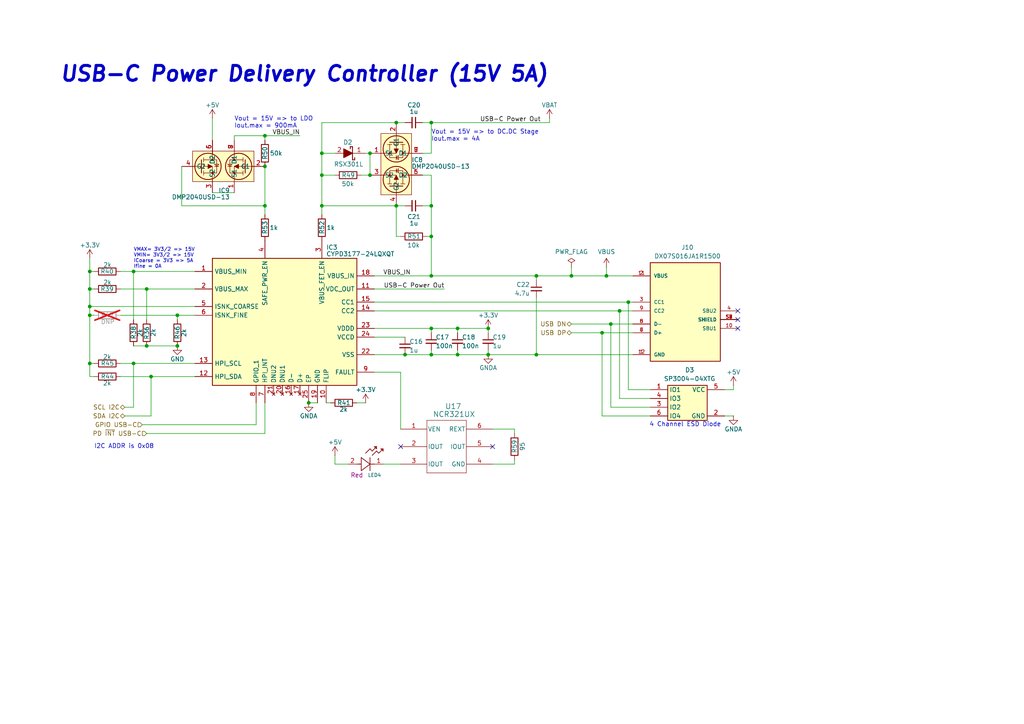
<source format=kicad_sch>
(kicad_sch (version 20250114) (generator "eeschema") (generator_version "9.0")
  (paper "A4")
  (lib_symbols
    (symbol "CYPD3177-24LQXQT:CYPD3177-24LQXQT" (pin_names (offset 0.635))
      (property "Reference" "IC" (at 29.972 18.796 0))
      (property "Value" "CYPD3177-24LQXQT" (at 29.972 16.256 0))
      (symbol "CYPD3177-24LQXQT_1_1"
        (rectangle (start -2.54 13.97) (end 39.37 -22.86) (stroke (width 0.254)) (fill (type background)))
        (pin passive line (at -7.62 10.16 0) (length 5.08) (name "VBUS_MIN") (number "1"))
        (pin passive line (at -7.62 5.08 0) (length 5.08) (name "VBUS_MAX") (number "2"))
        (pin passive line (at -7.62 0 0) (length 5.08) (name "ISNK_COARSE") (number "5"))
        (pin passive line (at -7.62 -2.54 0) (length 5.08) (name "ISNK_FINE") (number "6"))
        (pin passive line (at -7.62 -16.51 0) (length 5.08) (name "HPI_SCL") (number "13"))
        (pin passive line (at -7.62 -20.32 0) (length 5.08) (name "HPI_SDA") (number "12"))
        (pin passive line (at 10.16 -27.94 90) (length 5.08) (name "GPIO_1") (number "8"))
        (pin passive line (at 12.7 19.05 270) (length 5.08) (name "SAFE_PWR_EN") (number "4"))
        (pin passive line (at 12.7 -27.94 90) (length 5.08) (name "HPI_INT") (number "7"))
        (pin no_connect line (at 15.24 -25.4 90) (length 2.54) (name "DNU2") (number "21"))
        (pin no_connect line (at 17.78 -25.4 90) (length 2.54) (name "DNU1") (number "20"))
        (pin no_connect line (at 20.32 -25.4 90) (length 2.54) (name "D-") (number "16"))
        (pin no_connect line (at 22.86 -25.4 90) (length 2.54) (name "D+") (number "17"))
        (pin passive line (at 25.4 -27.94 90) (length 5.08) (name "EP") (number "25"))
        (pin passive line (at 27.94 -27.94 90) (length 5.08) (name "GND") (number "19"))
        (pin passive line (at 29.21 19.05 270) (length 5.08) (name "VBUS_FET_EN") (number "3"))
        (pin passive line (at 30.48 -27.94 90) (length 5.08) (name "FLIP") (number "10"))
        (pin passive line (at 44.45 8.89 180) (length 5.08) (name "VBUS_IN") (number "18"))
        (pin passive line (at 44.45 5.08 180) (length 5.08) (name "VDC_OUT") (number "11"))
        (pin passive line (at 44.45 1.27 180) (length 5.08) (name "CC1") (number "15"))
        (pin passive line (at 44.45 -1.27 180) (length 5.08) (name "CC2") (number "14"))
        (pin passive line (at 44.45 -6.35 180) (length 5.08) (name "VDDD") (number "23"))
        (pin passive line (at 44.45 -8.89 180) (length 5.08) (name "VCCD") (number "24"))
        (pin passive line (at 44.45 -13.97 180) (length 5.08) (name "VSS") (number "22"))
        (pin passive line (at 44.45 -19.05 180) (length 5.08) (name "FAULT") (number "9"))
      )
    )
    (symbol "DMP2040USD-13:DMP2040USD-13"
      (property "Reference" "IC" (at 21.59 7.62 0))
      (property "Value" "DMP2040USD-13" (at 21.59 5.08 0))
      (symbol "DMP2040USD-13_0_1"
        (polyline (pts (xy 1.905 -1.905) (xy 1.905 -5.715)) (stroke (width 0.254)))
        (polyline (pts (xy 1.905 -3.81) (xy 0 -3.81)))
        (polyline (pts (xy 2.54 -5.715) (xy 6.35 -5.715) (xy 6.35 -1.905) (xy 2.54 -1.905)))
        (circle (center 3.81 -3.81) (radius 3.81) (stroke (width 0.254)))
        (polyline (pts (xy 5.08 0) (xy 5.08 -1.905)))
        (circle (center 5.08 -1.905) (radius 0.254) (fill (type outline)))
        (circle (center 5.08 -5.715) (radius 0.254) (fill (type outline)))
        (polyline (pts (xy 5.08 -7.62) (xy 5.08 -3.81) (xy 2.54 -3.81)))
        (polyline (pts (xy 5.715 -3.175) (xy 6.985 -3.175) (xy 6.35 -3.81) (xy 5.715 -3.175)))
        (polyline (pts (xy 5.715 -3.81) (xy 6.985 -3.81)))
        (polyline (pts (xy 10.795 -3.175) (xy 9.525 -3.175) (xy 10.16 -3.81) (xy 10.795 -3.175)))
        (polyline (pts (xy 10.795 -3.81) (xy 9.525 -3.81)))
        (polyline (pts (xy 11.43 0) (xy 11.43 -1.905)))
        (circle (center 11.43 -1.905) (radius 0.254) (fill (type outline)))
        (circle (center 11.43 -5.715) (radius 0.254) (fill (type outline)))
        (polyline (pts (xy 11.43 -7.62) (xy 11.43 -3.81) (xy 13.97 -3.81)))
        (circle (center 12.7 -3.81) (radius 3.81) (stroke (width 0.254)))
        (polyline (pts (xy 13.97 -5.715) (xy 10.16 -5.715) (xy 10.16 -1.905) (xy 13.97 -1.905)))
        (polyline (pts (xy 14.605 -1.905) (xy 14.605 -5.715)) (stroke (width 0.254)))
        (polyline (pts (xy 14.605 -3.81) (xy 16.51 -3.81)))
      )
      (symbol "DMP2040USD-13_1_1"
        (rectangle (start -0.635 0.635) (end 17.145 -8.255) (fill (type background)))
        (polyline (pts (xy 2.54 -2.54) (xy 2.54 -1.27)))
        (polyline (pts (xy 2.54 -4.445) (xy 2.54 -3.175)))
        (polyline (pts (xy 2.54 -6.35) (xy 2.54 -5.08)))
        (polyline (pts (xy 3.81 -4.445) (xy 3.81 -3.175) (xy 5.08 -3.81) (xy 3.81 -4.445)) (fill (type outline)))
        (polyline (pts (xy 12.7 -4.445) (xy 12.7 -3.175) (xy 11.43 -3.81) (xy 12.7 -4.445)) (fill (type outline)))
        (polyline (pts (xy 13.97 -2.54) (xy 13.97 -1.27)))
        (polyline (pts (xy 13.97 -4.445) (xy 13.97 -3.175)))
        (polyline (pts (xy 13.97 -6.35) (xy 13.97 -5.08)))
        (pin passive line (at -3.81 -3.81 0) (length 3.81) (name "G1") (number "2"))
        (pin passive line (at 5.08 3.81 270) (length 3.81) (name "D1") (number "7"))
        (pin passive line (at 5.08 3.81 270) (length 3.81) (name "D1") (number "8"))
        (pin passive line (at 5.08 -11.43 90) (length 3.81) (name "S1") (number "1"))
        (pin passive line (at 11.43 3.81 270) (length 3.81) (name "D2") (number "5"))
        (pin passive line (at 11.43 3.81 270) (length 3.81) (name "D2") (number "6"))
        (pin passive line (at 11.43 -11.43 90) (length 3.81) (name "S2") (number "3"))
        (pin passive line (at 20.32 -3.81 180) (length 3.81) (name "G2") (number "4"))
      )
    )
    (symbol "DX07S016JA1R1500:DX07S016JA1R1500" (pin_names (offset 1.016))
      (property "Reference" "J" (at -9.906 16.002 0))
      (property "Value" "DX07S016JA1R1500" (at -10.16 -14.732 0))
      (symbol "DX07S016JA1R1500_0_0"
        (rectangle (start -10.16 15.24) (end 10.16 -13.335) (stroke (width 0.254)) (fill (type background)))
        (pin passive line (at -15.24 11.43 0) (length 5.08) (name "VBUS") (number "11"))
        (pin passive line (at -15.24 11.43 0) (length 5.08) (name "VBUS") (number "2"))
        (pin passive line (at -15.24 3.81 0) (length 5.08) (name "CC1") (number "3"))
        (pin passive line (at -15.24 1.27 0) (length 5.08) (name "CC2") (number "9"))
        (pin passive line (at -15.24 -2.54 0) (length 5.08) (name "D-") (number "5"))
        (pin passive line (at -15.24 -2.54 0) (length 5.08) (name "D-") (number "8"))
        (pin passive line (at -15.24 -5.08 0) (length 5.08) (name "D+") (number "6"))
        (pin passive line (at -15.24 -5.08 0) (length 5.08) (name "D+") (number "7"))
        (pin power_in line (at -15.24 -11.43 0) (length 5.08) (name "GND") (number "1"))
        (pin power_in line (at -15.24 -11.43 0) (length 5.08) (name "GND") (number "12"))
        (pin passive line (at 15.24 1.27 180) (length 5.08) (name "SBU2") (number "4"))
        (pin passive line (at 15.24 -1.27 180) (length 5.08) (name "SHIELD") (number "S1"))
        (pin passive line (at 15.24 -1.27 180) (length 5.08) (name "SHIELD") (number "S2"))
        (pin passive line (at 15.24 -1.27 180) (length 5.08) (name "SHIELD") (number "S3"))
        (pin passive line (at 15.24 -1.27 180) (length 5.08) (name "SHIELD") (number "S4"))
        (pin passive line (at 15.24 -1.27 180) (length 5.08) (name "SHIELD") (number "S5"))
        (pin passive line (at 15.24 -1.27 180) (length 5.08) (name "SHIELD") (number "S6"))
        (pin passive line (at 15.24 -3.81 180) (length 5.08) (name "SBU1") (number "10"))
      )
    )
    (symbol "Device:C_Small" (pin_numbers (hide yes)) (pin_names (offset 0.254) (hide yes))
      (property "Reference" "C" (at 0.254 1.778 0))
      (property "Value" "C_Small" (at 0.254 -2.032 0))
      (symbol "C_Small_0_1"
        (polyline (pts (xy -1.524 0.508) (xy 1.524 0.508)) (stroke (width 0.3048)))
        (polyline (pts (xy -1.524 -0.508) (xy 1.524 -0.508)) (stroke (width 0.3302)))
      )
      (symbol "C_Small_1_1"
        (pin passive line (at 0 2.54 270) (length 2.032) (name "~") (number "1"))
        (pin passive line (at 0 -2.54 90) (length 2.032) (name "~") (number "2"))
      )
    )
    (symbol "Device:R" (pin_numbers (hide yes)) (pin_names (offset 0))
      (property "Reference" "R" (at 2.032 0 90))
      (property "Value" "R" (at 0 0 90))
      (symbol "R_0_1"
        (rectangle (start -1.016 -2.54) (end 1.016 2.54) (stroke (width 0.254)))
      )
      (symbol "R_1_1"
        (pin passive line (at 0 3.81 270) (length 1.27) (name "~") (number "1"))
        (pin passive line (at 0 -3.81 90) (length 1.27) (name "~") (number "2"))
      )
    )
    (symbol "NCR321UX:NCR321UX" (pin_names (offset 0.254))
      (property "Reference" "U17" (at 15.24 9.144 0))
      (property "Value" "NCR321UX" (at 15.494 6.858 0))
      (symbol "NCR321UX_0_1"
        (polyline (pts (xy 7.62 5.08) (xy 7.62 -10.16)) (stroke (width 0.127)))
        (polyline (pts (xy 7.62 -10.16) (xy 19.05 -10.16)) (stroke (width 0.127)))
        (polyline (pts (xy 19.05 5.08) (xy 7.62 5.08)) (stroke (width 0.127)))
        (polyline (pts (xy 19.05 -10.16) (xy 19.05 5.08)) (stroke (width 0.127)))
        (pin unspecified line (at 0 2.54 0) (length 7.62) (name "VEN") (number "1"))
        (pin output line (at 0 -2.54 0) (length 7.62) (name "IOUT") (number "2"))
        (pin output line (at 0 -7.62 0) (length 7.62) (name "IOUT") (number "3"))
        (pin unspecified line (at 26.67 2.54 180) (length 7.62) (name "REXT") (number "6"))
        (pin output line (at 26.67 -2.54 180) (length 7.62) (name "IOUT") (number "5"))
        (pin power_out line (at 26.67 -7.62 180) (length 7.62) (name "GND") (number "4"))
      )
    )
    (symbol "RSX301L-30DDTE25:RSX301L-30DDTE25" (pin_names (offset 0.635) (hide yes))
      (property "Reference" "D" (at 1.524 6.35 0))
      (property "Value" "RSX301L-30DDTE25" (at 1.524 3.81 0))
      (symbol "RSX301L-30DDTE25_1_1"
        (polyline (pts (xy 9.525 -1.27) (xy 9.525 -1.905)) (stroke (width 0.254)))
        (polyline (pts (xy 10.16 1.905) (xy 10.16 -1.905)) (stroke (width 0.254)))
        (polyline (pts (xy 10.16 1.905) (xy 10.795 1.905)) (stroke (width 0.254)))
        (polyline (pts (xy 10.16 0) (xy 12.7 1.27) (xy 12.7 -1.27) (xy 10.16 0)) (stroke (width 0.254)) (fill (type outline)))
        (polyline (pts (xy 10.16 -1.905) (xy 9.525 -1.905)) (stroke (width 0.254)))
        (polyline (pts (xy 10.795 1.27) (xy 10.795 1.905)) (stroke (width 0.254)))
        (pin passive line (at 6.35 0 0) (length 3.81) (name "K") (number "1"))
        (pin passive line (at 15.24 0 180) (length 2.54) (name "A") (number "2"))
      )
    )
    (symbol "SP3004-04XTG:SP3004-04XTG"
      (property "Reference" "D" (at 4.826 7.112 0))
      (property "Value" "SP3004-04XTG" (at 4.826 4.572 0))
      (symbol "SP3004-04XTG_1_1"
        (rectangle (start 5.08 1.27) (end 16.51 -8.89) (stroke (width 0.254)) (fill (type background)))
        (pin passive line (at 0 0 0) (length 5.08) (name "IO1") (number "1"))
        (pin passive line (at 0 -2.54 0) (length 5.08) (name "IO3") (number "4"))
        (pin passive line (at 0 -5.08 0) (length 5.08) (name "IO2") (number "3"))
        (pin passive line (at 0 -7.62 0) (length 5.08) (name "IO4") (number "6"))
        (pin passive line (at 21.59 0 180) (length 5.08) (name "VCC") (number "5"))
        (pin passive line (at 21.59 -7.62 180) (length 5.08) (name "GND") (number "2"))
      )
    )
    (symbol "VLMS1500-GS08:VLMS1500-GS08" (pin_names (offset 0.254))
      (property "Reference" "LED" (at 5.08 -4.445 0))
      (property "Value" "VLMS1500-GS08" (at 5.08 -7.62 0))
      (symbol "VLMS1500-GS08_0_1"
        (polyline (pts (xy 2.54 0) (xy 3.4798 0)) (stroke (width 0.2032)))
        (polyline (pts (xy 3.175 0) (xy 3.81 0)) (stroke (width 0.2032)))
        (polyline (pts (xy 3.81 1.905) (xy 3.81 -1.905)) (stroke (width 0.2032)))
        (polyline (pts (xy 3.81 -1.905) (xy 6.35 0)) (stroke (width 0.2032)))
        (polyline (pts (xy 5.08 3.175) (xy 6.35 4.445)) (stroke (width 0.2032)))
        (polyline (pts (xy 6.35 4.445) (xy 6.985 3.81)) (stroke (width 0.2032)))
        (polyline (pts (xy 6.35 0) (xy 3.81 1.905)) (stroke (width 0.2032)))
        (polyline (pts (xy 6.35 0) (xy 7.62 0)) (stroke (width 0.2032)))
        (polyline (pts (xy 6.35 -1.905) (xy 6.35 1.905)) (stroke (width 0.2032)))
        (polyline (pts (xy 6.985 3.81) (xy 8.255 5.08)) (stroke (width 0.2032)))
        (polyline (pts (xy 6.985 2.54) (xy 8.255 3.81)) (stroke (width 0.2032)))
        (polyline (pts (xy 7.62 5.08) (xy 8.255 4.445)) (stroke (width 0.2032)))
        (polyline (pts (xy 8.255 5.08) (xy 7.62 5.08)) (stroke (width 0.2032)))
        (polyline (pts (xy 8.255 4.445) (xy 8.255 5.08)) (stroke (width 0.2032)))
        (polyline (pts (xy 8.255 3.81) (xy 8.89 3.175)) (stroke (width 0.2032)))
        (polyline (pts (xy 8.89 3.175) (xy 10.16 4.445)) (stroke (width 0.2032)))
        (polyline (pts (xy 9.525 4.445) (xy 10.16 3.81)) (stroke (width 0.2032)))
        (polyline (pts (xy 10.16 4.445) (xy 9.525 4.445)) (stroke (width 0.2032)))
        (polyline (pts (xy 10.16 3.81) (xy 10.16 4.445)) (stroke (width 0.2032)))
        (pin passive line (at 0 0 0) (length 2.54) (name "") (number "2"))
        (pin passive line (at 10.16 0 180) (length 2.54) (name "") (number "1"))
      )
    )
    (symbol "power:+3.3V" (power) (pin_numbers (hide yes)) (pin_names (offset 0) (hide yes))
      (property "Value" "+3.3V" (at 0 3.556 0))
      (symbol "+3.3V_0_1"
        (polyline (pts (xy -0.762 1.27) (xy 0 2.54)))
        (polyline (pts (xy 0 2.54) (xy 0.762 1.27)))
        (polyline (pts (xy 0 0) (xy 0 2.54)))
      )
      (symbol "+3.3V_1_1"
        (pin power_in line (at 0 0 90) (length 0) (name "~") (number "1"))
      )
    )
    (symbol "power:+5V" (power) (pin_numbers (hide yes)) (pin_names (offset 0) (hide yes))
      (property "Value" "+5V" (at 0 3.556 0))
      (symbol "+5V_0_1"
        (polyline (pts (xy -0.762 1.27) (xy 0 2.54)))
        (polyline (pts (xy 0 2.54) (xy 0.762 1.27)))
        (polyline (pts (xy 0 0) (xy 0 2.54)))
      )
      (symbol "+5V_1_1"
        (pin power_in line (at 0 0 90) (length 0) (name "~") (number "1"))
      )
    )
    (symbol "power:GND" (power) (pin_numbers (hide yes)) (pin_names (offset 0) (hide yes))
      (property "Value" "GND" (at 0 -3.81 0))
      (symbol "GND_0_1"
        (polyline (pts (xy 0 0) (xy 0 -1.27) (xy 1.27 -1.27) (xy 0 -2.54) (xy -1.27 -1.27) (xy 0 -1.27)))
      )
      (symbol "GND_1_1"
        (pin power_in line (at 0 0 270) (length 0) (name "~") (number "1"))
      )
    )
    (symbol "power:GNDA" (power) (pin_numbers (hide yes)) (pin_names (offset 0) (hide yes))
      (property "Value" "GNDA" (at 0 -3.81 0))
      (symbol "GNDA_0_1"
        (polyline (pts (xy 0 0) (xy 0 -1.27) (xy 1.27 -1.27) (xy 0 -2.54) (xy -1.27 -1.27) (xy 0 -1.27)))
      )
      (symbol "GNDA_1_1"
        (pin power_in line (at 0 0 270) (length 0) (name "~") (number "1"))
      )
    )
    (symbol "power:PWR_FLAG" (power) (pin_numbers (hide yes)) (pin_names (offset 0) (hide yes))
      (property "Value" "PWR_FLAG" (at 0 3.81 0))
      (symbol "PWR_FLAG_0_0"
        (pin power_out line (at 0 0 90) (length 0) (name "~") (number "1"))
      )
      (symbol "PWR_FLAG_0_1"
        (polyline (pts (xy 0 0) (xy 0 1.27) (xy -1.016 1.905) (xy 0 2.54) (xy 1.016 1.905) (xy 0 1.27)))
      )
    )
    (symbol "power:VBUS" (power) (pin_numbers (hide yes)) (pin_names (offset 0) (hide yes))
      (property "Value" "VBUS" (at 0 3.556 0))
      (symbol "VBUS_0_1"
        (polyline (pts (xy -0.762 1.27) (xy 0 2.54)))
        (polyline (pts (xy 0 2.54) (xy 0.762 1.27)))
        (polyline (pts (xy 0 0) (xy 0 2.54)))
      )
      (symbol "VBUS_1_1"
        (pin power_in line (at 0 0 90) (length 0) (name "~") (number "1"))
      )
    )
  )
  (text "USB-C Power Delivery Controller (15V 5A)\n" (at 17.145 21.59 0) (effects (font (size 4.318 4.318) (thickness 0.8636) (bold yes) (italic yes)) (justify left)))
  (text "4 Channel ESD Diode" (at 198.755 123.19 0) (effects (font (size 1.27 1.27))))
  (text "Vout = 15V => to DC.DC Stage\nIout.max = 4A" (at 125.095 39.37 0) (effects (font (size 1.27 1.27)) (justify left)))
  (text "Vout = 15V => to LDO\nIout.max = 900mA" (at 67.945 35.56 0) (effects (font (size 1.27 1.27)) (justify left)))
  (text "VMAX= 3V3/2 => 15V\nVMIN= 3V3/2 => 15V\nICoarse = 3V3 => 5A\nIfine = 0A" (at 38.735 74.93 0) (effects (font (size 1.016 1.016)) (justify left)))
  (text "I2C ADDR is 0x08" (at 27.305 129.54 0) (effects (font (size 1.27 1.27)) (justify left)))
  (junction (at 42.545 83.82))
  (junction (at 125.095 80.01))
  (junction (at 175.895 80.01))
  (junction (at 155.575 80.01))
  (junction (at 51.435 91.44))
  (junction (at 117.475 102.87))
  (junction (at 125.095 95.25))
  (junction (at 125.095 59.69))
  (junction (at 26.035 91.44))
  (junction (at 93.345 44.45))
  (junction (at 165.735 80.01))
  (junction (at 76.835 48.26))
  (junction (at 177.165 93.98))
  (junction (at 76.835 59.69))
  (junction (at 42.545 100.33))
  (junction (at 125.095 68.58))
  (junction (at 93.345 59.69))
  (junction (at 125.095 35.56))
  (junction (at 89.535 116.84))
  (junction (at 51.435 100.33))
  (junction (at 174.625 96.52))
  (junction (at 179.705 90.17))
  (junction (at 26.035 105.41))
  (junction (at 132.715 95.25))
  (junction (at 114.935 35.56))
  (junction (at 38.735 105.41))
  (junction (at 107.315 44.45))
  (junction (at 38.735 78.74))
  (junction (at 132.715 102.87))
  (junction (at 76.835 39.37))
  (junction (at 43.815 109.22))
  (junction (at 141.605 102.87))
  (junction (at 155.575 102.87))
  (junction (at 93.345 50.8))
  (junction (at 107.315 50.8))
  (junction (at 26.035 83.82))
  (junction (at 26.035 88.9))
  (junction (at 26.035 78.74))
  (junction (at 141.605 95.25))
  (junction (at 125.095 102.87))
  (junction (at 182.245 87.63))
  (junction (at 114.935 59.69))
  (no_connect (at 213.995 92.71))
  (no_connect (at 213.995 90.17))
  (no_connect (at 213.995 95.25))
  (no_connect (at 142.875 129.54))
  (no_connect (at 116.205 129.54))
  (wire (pts (xy 42.545 100.33) (xy 51.435 100.33)))
  (wire (pts (xy 125.095 59.69) (xy 122.555 59.69)))
  (wire (pts (xy 76.835 59.69) (xy 52.705 59.69)))
  (wire (pts (xy 26.035 109.22) (xy 26.035 105.41)))
  (wire (pts (xy 26.035 83.82) (xy 27.305 83.82)))
  (wire (pts (xy 125.095 35.56) (xy 122.555 35.56)))
  (wire (pts (xy 111.125 134.62) (xy 116.205 134.62)))
  (wire (pts (xy 97.155 132.08) (xy 97.155 134.62)))
  (wire (pts (xy 67.945 55.88) (xy 61.595 55.88)))
  (wire (pts (xy 26.035 88.9) (xy 56.515 88.9)))
  (wire (pts (xy 132.715 95.25) (xy 132.715 96.52)))
  (wire (pts (xy 34.925 83.82) (xy 42.545 83.82)))
  (wire (pts (xy 107.315 44.45) (xy 106.045 44.45)))
  (wire (pts (xy 149.225 134.62) (xy 149.225 133.35)))
  (wire (pts (xy 125.095 59.69) (xy 125.095 50.8)))
  (wire (pts (xy 116.205 107.95) (xy 116.205 124.46)))
  (wire (pts (xy 114.935 35.56) (xy 117.475 35.56)))
  (wire (pts (xy 52.705 59.69) (xy 52.705 48.26)))
  (wire (pts (xy 42.545 83.82) (xy 56.515 83.82)))
  (wire (pts (xy 142.875 134.62) (xy 149.225 134.62)))
  (wire (pts (xy 155.575 80.01) (xy 165.735 80.01)))
  (wire (pts (xy 125.095 44.45) (xy 125.095 35.56)))
  (wire (pts (xy 179.705 90.17) (xy 183.515 90.17)))
  (wire (pts (xy 125.095 80.01) (xy 155.575 80.01)))
  (wire (pts (xy 108.585 90.17) (xy 179.705 90.17)))
  (wire (pts (xy 107.315 50.8) (xy 104.775 50.8)))
  (wire (pts (xy 212.725 120.65) (xy 210.185 120.65)))
  (wire (pts (xy 67.945 39.37) (xy 67.945 40.64)))
  (wire (pts (xy 26.035 74.93) (xy 26.035 78.74)))
  (wire (pts (xy 43.815 109.22) (xy 43.815 120.65)))
  (wire (pts (xy 36.195 118.11) (xy 38.735 118.11)))
  (wire (pts (xy 38.735 100.33) (xy 42.545 100.33)))
  (wire (pts (xy 26.035 83.82) (xy 26.035 88.9)))
  (wire (pts (xy 132.715 102.87) (xy 141.605 102.87)))
  (wire (pts (xy 108.585 95.25) (xy 125.095 95.25)))
  (wire (pts (xy 141.605 102.87) (xy 155.575 102.87)))
  (wire (pts (xy 122.555 44.45) (xy 125.095 44.45)))
  (wire (pts (xy 38.735 105.41) (xy 56.515 105.41)))
  (wire (pts (xy 155.575 102.87) (xy 183.515 102.87)))
  (wire (pts (xy 117.475 102.87) (xy 125.095 102.87)))
  (wire (pts (xy 159.385 34.29) (xy 159.385 35.56)))
  (wire (pts (xy 34.925 105.41) (xy 38.735 105.41)))
  (wire (pts (xy 26.035 105.41) (xy 27.305 105.41)))
  (wire (pts (xy 149.225 124.46) (xy 149.225 125.73)))
  (wire (pts (xy 94.615 116.84) (xy 95.885 116.84)))
  (wire (pts (xy 67.945 39.37) (xy 76.835 39.37)))
  (wire (pts (xy 141.605 101.6) (xy 141.605 102.87)))
  (wire (pts (xy 142.875 124.46) (xy 149.225 124.46)))
  (wire (pts (xy 125.095 50.8) (xy 122.555 50.8)))
  (wire (pts (xy 107.315 50.8) (xy 107.315 44.45)))
  (wire (pts (xy 26.035 78.74) (xy 27.305 78.74)))
  (wire (pts (xy 155.575 81.28) (xy 155.575 80.01)))
  (wire (pts (xy 132.715 95.25) (xy 141.605 95.25)))
  (wire (pts (xy 108.585 102.87) (xy 117.475 102.87)))
  (wire (pts (xy 117.475 59.69) (xy 114.935 59.69)))
  (wire (pts (xy 155.575 86.36) (xy 155.575 102.87)))
  (wire (pts (xy 42.545 83.82) (xy 42.545 92.71)))
  (wire (pts (xy 165.735 77.47) (xy 165.735 80.01)))
  (wire (pts (xy 108.585 97.79) (xy 117.475 97.79)))
  (wire (pts (xy 125.095 95.25) (xy 132.715 95.25)))
  (wire (pts (xy 182.245 87.63) (xy 182.245 113.03)))
  (wire (pts (xy 125.095 59.69) (xy 125.095 68.58)))
  (wire (pts (xy 174.625 96.52) (xy 183.515 96.52)))
  (wire (pts (xy 125.095 68.58) (xy 123.825 68.58)))
  (wire (pts (xy 116.205 68.58) (xy 114.935 68.58)))
  (wire (pts (xy 108.585 80.01) (xy 125.095 80.01)))
  (wire (pts (xy 175.895 80.01) (xy 183.515 80.01)))
  (wire (pts (xy 132.715 101.6) (xy 132.715 102.87)))
  (wire (pts (xy 114.935 59.69) (xy 93.345 59.69)))
  (wire (pts (xy 165.735 80.01) (xy 175.895 80.01)))
  (wire (pts (xy 43.815 109.22) (xy 56.515 109.22)))
  (wire (pts (xy 177.165 118.11) (xy 177.165 93.98)))
  (wire (pts (xy 175.895 77.47) (xy 175.895 80.01)))
  (wire (pts (xy 212.725 111.76) (xy 212.725 113.03)))
  (wire (pts (xy 93.345 50.8) (xy 93.345 44.45)))
  (wire (pts (xy 177.165 93.98) (xy 183.515 93.98)))
  (wire (pts (xy 114.935 68.58) (xy 114.935 59.69)))
  (wire (pts (xy 74.295 116.84) (xy 74.295 123.19)))
  (wire (pts (xy 76.835 39.37) (xy 76.835 40.64)))
  (wire (pts (xy 38.735 78.74) (xy 56.515 78.74)))
  (wire (pts (xy 34.925 91.44) (xy 51.435 91.44)))
  (wire (pts (xy 93.345 59.69) (xy 93.345 50.8)))
  (wire (pts (xy 182.245 87.63) (xy 183.515 87.63)))
  (wire (pts (xy 165.735 96.52) (xy 174.625 96.52)))
  (wire (pts (xy 61.595 34.29) (xy 61.595 40.64)))
  (wire (pts (xy 36.195 120.65) (xy 43.815 120.65)))
  (wire (pts (xy 125.095 95.25) (xy 125.095 96.52)))
  (wire (pts (xy 108.585 83.82) (xy 128.905 83.82)))
  (wire (pts (xy 26.035 88.9) (xy 26.035 91.44)))
  (wire (pts (xy 51.435 91.44) (xy 51.435 92.71)))
  (wire (pts (xy 38.735 105.41) (xy 38.735 118.11)))
  (wire (pts (xy 174.625 120.65) (xy 188.595 120.65)))
  (wire (pts (xy 51.435 91.44) (xy 56.515 91.44)))
  (wire (pts (xy 93.345 59.69) (xy 93.345 62.23)))
  (wire (pts (xy 89.535 116.84) (xy 92.075 116.84)))
  (wire (pts (xy 125.095 35.56) (xy 159.385 35.56)))
  (wire (pts (xy 182.245 113.03) (xy 188.595 113.03)))
  (wire (pts (xy 76.835 116.84) (xy 76.835 125.73)))
  (wire (pts (xy 165.735 93.98) (xy 177.165 93.98)))
  (wire (pts (xy 26.035 91.44) (xy 26.035 105.41)))
  (wire (pts (xy 108.585 107.95) (xy 116.205 107.95)))
  (wire (pts (xy 125.095 68.58) (xy 125.095 80.01)))
  (wire (pts (xy 38.735 78.74) (xy 38.735 92.71)))
  (wire (pts (xy 34.925 78.74) (xy 38.735 78.74)))
  (wire (pts (xy 125.095 102.87) (xy 132.715 102.87)))
  (wire (pts (xy 76.835 59.69) (xy 76.835 62.23)))
  (wire (pts (xy 26.035 78.74) (xy 26.035 83.82)))
  (wire (pts (xy 179.705 115.57) (xy 179.705 90.17)))
  (wire (pts (xy 141.605 95.25) (xy 141.605 96.52)))
  (wire (pts (xy 212.725 113.03) (xy 210.185 113.03)))
  (wire (pts (xy 97.155 134.62) (xy 100.965 134.62)))
  (wire (pts (xy 27.305 109.22) (xy 26.035 109.22)))
  (wire (pts (xy 125.095 101.6) (xy 125.095 102.87)))
  (wire (pts (xy 93.345 44.45) (xy 93.345 35.56)))
  (wire (pts (xy 93.345 35.56) (xy 114.935 35.56)))
  (wire (pts (xy 42.545 125.73) (xy 76.835 125.73)))
  (wire (pts (xy 97.155 44.45) (xy 93.345 44.45)))
  (wire (pts (xy 103.505 116.84) (xy 106.045 116.84)))
  (wire (pts (xy 76.835 48.26) (xy 76.835 59.69)))
  (wire (pts (xy 179.705 115.57) (xy 188.595 115.57)))
  (wire (pts (xy 34.925 109.22) (xy 43.815 109.22)))
  (wire (pts (xy 76.835 39.37) (xy 86.995 39.37)))
  (wire (pts (xy 108.585 87.63) (xy 182.245 87.63)))
  (wire (pts (xy 41.275 123.19) (xy 74.295 123.19)))
  (wire (pts (xy 177.165 118.11) (xy 188.595 118.11)))
  (wire (pts (xy 97.155 50.8) (xy 93.345 50.8)))
  (wire (pts (xy 26.035 91.44) (xy 27.305 91.44)))
  (wire (pts (xy 174.625 120.65) (xy 174.625 96.52)))
  (label "VBUS_IN" (at 111.125 80.01 0))
  (label "USB-C Power Out" (at 128.905 83.82 180))
  (label "USB-C Power Out" (at 156.845 35.56 180))
  (label "VBUS_IN" (at 86.995 39.37 180))
  (hierarchical_label "GPIO USB-C" (shape input) (at 41.275 123.19 180))
  (hierarchical_label "USB DP" (shape bidirectional) (at 165.735 96.52 180))
  (hierarchical_label "USB DN" (shape bidirectional) (at 165.735 93.98 180))
  (hierarchical_label "SDA I2C" (shape bidirectional) (at 36.195 120.65 180))
  (hierarchical_label "SCL I2C" (shape bidirectional) (at 36.195 118.11 180))
  (hierarchical_label "PD ~{INT} USB-C" (shape input) (at 42.545 125.73 180))
  (symbol (lib_id "Device:C_Small") (at 120.015 35.56 270) (mirror x) (unit 1)
    (property "Reference" "C20" (at 118.11 30.48 90) (effects (justify left)))
    (property "Value" "1u" (at 118.745 32.385 90) (effects (justify left)))
    (property "Footprint" "Capacitor-0603:Capacitor_0603" (effects (hide yes)))
    (property "Description" "Unpolarized capacitor, small symbol" (effects (hide yes)))
  )
  (symbol (lib_id "Device:C_Small") (at 155.575 83.82 0) (mirror y) (unit 1)
    (property "Reference" "C22" (at 153.67 82.55 0) (effects (justify left)))
    (property "Value" "4.7u" (at 153.67 85.09 0) (effects (justify left)))
    (property "Footprint" "Capacitor-1206:Capacitor_1206" (effects (hide yes)))
    (property "Description" "Unpolarized capacitor, small symbol" (effects (hide yes)))
  )
  (symbol (lib_id "Device:R") (at 31.115 109.22 270) (mirror x) (unit 1)
    (property "Reference" "R44" (at 29.21 109.22 90) (effects (justify left)))
    (property "Value" "2k" (at 29.845 111.125 90) (effects (justify left)))
    (property "Footprint" "Resistor-0402:RES_0402" (effects (hide yes)))
    (property "Description" "Resistor" (effects (hide yes)))
  )
  (symbol (lib_id "Device:R") (at 100.965 50.8 270) (mirror x) (unit 1)
    (property "Reference" "R49" (at 99.06 50.8 90) (effects (justify left)))
    (property "Value" "50k" (at 99.06 53.34 90) (effects (justify left)))
    (property "Footprint" "Resistor-0402:RES_0402" (effects (hide yes)))
    (property "Description" "Resistor" (effects (hide yes)))
  )
  (symbol (lib_id "CYPD3177-24LQXQT:CYPD3177-24LQXQT") (at 64.135 88.9 0) (unit 1)
    (property "Reference" "IC3" (at 94.615 71.755 0) (effects (justify left)))
    (property "Value" "CYPD3177-24LQXQT" (at 94.615 73.66 0) (effects (justify left)))
    (property "Footprint" "USBC-PD_CYPD3177:QFN50P400X400X60-25N-D" (effects (hide yes)))
    (property "Datasheet" "https://www.cypress.com/file/460416/download" (effects (hide yes)))
    (property "Description" "USB Interface IC USB Type-C port controller  CYPD3177" (effects (hide yes)))
    (property "Height" "0.6" (effects (hide yes)))
    (property "Mouser Part Number" "727-CYPD3177-24LQXQT" (effects (hide yes)))
    (property "Mouser Price/Stock" "https://www.mouser.co.uk/ProductDetail/Infineon-Technologies/CYPD3177-24LQXQT?qs=PzGy0jfpSMvUfBLYWBYBLA%3D%3D" (effects (hide yes)))
    (property "Manufacturer_Name" "Infineon" (effects (hide yes)))
    (property "Manufacturer_Part_Number" "CYPD3177-24LQXQT" (effects (hide yes)))
  )
  (symbol (lib_id "Device:R") (at 42.545 96.52 180) (unit 1)
    (property "Reference" "R36" (at 42.545 94.615 90) (effects (justify left)))
    (property "Value" "2k" (at 44.45 95.25 90) (effects (justify left)))
    (property "Footprint" "Resistor-0402:RES_0402" (effects (hide yes)))
    (property "Description" "Resistor" (effects (hide yes)))
  )
  (symbol (lib_id "SP3004-04XTG:SP3004-04XTG") (at 188.595 113.03 0) (unit 1)
    (property "Reference" "D3" (at 200.025 107.315 0))
    (property "Value" "SP3004-04XTG" (at 200.025 109.855 0))
    (property "Footprint" "TVS-SP3004:SOT563_LTF" (effects (hide yes)))
    (property "Datasheet" "https://m.littelfuse.com/~/media/electronics/datasheets/tvs_diode_arrays/littelfuse_tvs_diode_array_sp3004_datasheet.pdf.pdf" (effects (hide yes)))
    (property "Description" "LITTELFUSE - SP3004-04XTG - TVS Diode, Unidirectional, 6 V, 15 V, SOT-563, 6 Pins" (effects (hide yes)))
    (property "Height" "0.6" (effects (hide yes)))
    (property "Mouser Part Number" "576-SP3004-04XTG" (effects (hide yes)))
    (property "Mouser Price/Stock" "https://www.mouser.co.uk/ProductDetail/Littelfuse/SP3004-04XTG?qs=trbuaetfxXQ7JjseAkJ3Ww%3D%3D" (effects (hide yes)))
    (property "Manufacturer_Name" "LITTELFUSE" (effects (hide yes)))
    (property "Manufacturer_Part_Number" "SP3004-04XTG" (effects (hide yes)))
  )
  (symbol (lib_id "Device:R") (at 76.835 44.45 0) (mirror y) (unit 1)
    (property "Reference" "R50" (at 76.835 46.355 90) (effects (justify left)))
    (property "Value" "50k" (at 81.915 44.45 0) (effects (justify left)))
    (property "Footprint" "Resistor-0402:RES_0402" (effects (hide yes)))
    (property "Description" "Resistor" (effects (hide yes)))
  )
  (symbol (lib_id "power:VBUS") (at 175.895 77.47 0) (unit 1)
    (property "Reference" "#PWR07" (effects (hide yes)))
    (property "Value" "VBUS" (at 175.895 73.025 0))
    (property "Description" "Power symbol creates a global label with name \"VBUS\"" (effects (hide yes)))
  )
  (symbol (lib_id "Device:R") (at 120.015 68.58 270) (mirror x) (unit 1)
    (property "Reference" "R51" (at 118.11 68.58 90) (effects (justify left)))
    (property "Value" "10k" (at 118.11 71.12 90) (effects (justify left)))
    (property "Footprint" "Resistor-0402:RES_0402" (effects (hide yes)))
    (property "Description" "Resistor" (effects (hide yes)))
  )
  (symbol (lib_id "Device:C_Small") (at 141.605 99.06 0) (unit 1)
    (property "Reference" "C19" (at 142.875 97.79 0) (effects (justify left)))
    (property "Value" "1u" (at 142.875 100.33 0) (effects (justify left)))
    (property "Footprint" "Capacitor-0603:Capacitor_0603" (effects (hide yes)))
    (property "Description" "Unpolarized capacitor, small symbol" (effects (hide yes)))
  )
  (symbol (lib_id "Device:R") (at 31.115 83.82 90) (mirror x) (unit 1)
    (property "Reference" "R39" (at 33.02 83.82 90) (effects (justify left)))
    (property "Value" "2k" (at 32.385 81.915 90) (effects (justify left)))
    (property "Footprint" "Resistor-0402:RES_0402" (effects (hide yes)))
    (property "Description" "Resistor" (effects (hide yes)))
  )
  (symbol (lib_id "Device:R") (at 31.115 91.44 270) (mirror x) (unit 1) (dnp yes)
    (property "Reference" "R47" (at 29.21 91.44 90) (effects (justify left)))
    (property "Value" "DNP" (at 29.21 93.345 90) (effects (justify left)))
    (property "Footprint" "Resistor-0402:RES_0402" (effects (hide yes)))
    (property "Description" "Resistor" (effects (hide yes)))
  )
  (symbol (lib_id "Device:R") (at 31.115 105.41 270) (unit 1)
    (property "Reference" "R45" (at 29.21 105.41 90) (effects (justify left)))
    (property "Value" "2k" (at 29.845 103.505 90) (effects (justify left)))
    (property "Footprint" "Resistor-0402:RES_0402" (effects (hide yes)))
    (property "Description" "Resistor" (effects (hide yes)))
  )
  (symbol (lib_id "Device:R") (at 38.735 96.52 0) (mirror y) (unit 1)
    (property "Reference" "R38" (at 38.735 98.425 90) (effects (justify left)))
    (property "Value" "2k" (at 40.64 97.79 90) (effects (justify left)))
    (property "Footprint" "Resistor-0402:RES_0402" (effects (hide yes)))
    (property "Description" "Resistor" (effects (hide yes)))
  )
  (symbol (lib_id "power:GNDA") (at 212.725 120.65 0) (unit 1)
    (property "Reference" "#PWR081" (effects (hide yes)))
    (property "Value" "GNDA" (at 212.725 124.46 0))
    (property "Description" "Power symbol creates a global label with name \"GNDA\" , analog ground" (effects (hide yes)))
  )
  (symbol (lib_id "Device:C_Small") (at 132.715 99.06 0) (unit 1)
    (property "Reference" "C18" (at 133.985 97.79 0) (effects (justify left)))
    (property "Value" "100n" (at 133.985 100.33 0) (effects (justify left)))
    (property "Footprint" "Capacitor-0402:Capacitor_0402" (effects (hide yes)))
    (property "Description" "Unpolarized capacitor, small symbol" (effects (hide yes)))
  )
  (symbol (lib_id "RSX301L-30DDTE25:RSX301L-30DDTE25") (at 112.395 44.45 0) (mirror y) (unit 1)
    (property "Reference" "D2" (at 102.235 41.275 0) (effects (justify left)))
    (property "Value" "RSX301L" (at 105.41 47.625 0) (effects (justify left)))
    (property "Footprint" "Diode-Schottky_RSX301L:DIOM5026X220N" (effects (hide yes)))
    (property "Description" "Category Discrete Semiconductor Products Diodes Rectifiers Single Diodes Mfr Rohm Semiconductor Series - Packaging Tape & Reel (TR) Cut Tape (CT) Digi-Reel Part Status Not For New Designs Technology Schottky Voltage - DC Reverse (Vr) (Max) 30 V Current - Average Rectified (Io) 3A Voltage - Forward (Vf) (Max) @ If 420 mV @ 3 A Speed Fast Recovery =< 500ns, > 200mA (Io) Current - Reverse Leakage @ Vr 200 A @ 30 V Capacitance @ Vr, F - Mounting Type Surface Mount Package / Case" (effects (hide yes)))
    (property "Height" "2.2" (effects (hide yes)))
    (property "Mouser Part Number" "755-RSX301L-30DDTE25" (effects (hide yes)))
    (property "Mouser Price/Stock" "https://www.mouser.co.uk/ProductDetail/ROHM-Semiconductor/RSX301L-30DDTE25?qs=YCa%2FAAYMW01WyKek9N1fLg%3D%3D" (effects (hide yes)))
    (property "Manufacturer_Name" "ROHM Semiconductor" (effects (hide yes)))
    (property "Manufacturer_Part_Number" "RSX301L-30DDTE25" (effects (hide yes)))
  )
  (symbol (lib_id "VLMS1500-GS08:VLMS1500-GS08") (at 100.965 134.62 0) (unit 1)
    (property "Reference" "LED4" (at 106.68 137.795 0) (effects (font (size 1.016 1.016)) (justify left)))
    (property "Value" "VLMS1500-GS08" (effects (hide yes)))
    (property "Footprint" "LED-Red_VLMS1500-GS08:LED_00-GS08_VIS_RED" (effects (hide yes)))
    (property "Datasheet" "VLMS1500-GS08" (effects (hide yes)))
    (property "Description" "Red" (at 103.505 137.795 0))
  )
  (symbol (lib_id "Device:R") (at 76.835 66.04 0) (mirror x) (unit 1)
    (property "Reference" "R53" (at 76.835 67.945 90) (effects (justify right)))
    (property "Value" "1k" (at 80.645 66.04 0) (effects (justify right)))
    (property "Footprint" "Resistor-0402:RES_0402" (effects (hide yes)))
    (property "Description" "Resistor" (effects (hide yes)))
  )
  (symbol (lib_id "power:GND") (at 51.435 100.33 0) (mirror y) (unit 1)
    (property "Reference" "#PWR074" (effects (hide yes)))
    (property "Value" "GND" (at 51.435 104.14 0))
    (property "Description" "Power symbol creates a global label with name \"GND\" , ground" (effects (hide yes)))
  )
  (symbol (lib_id "Device:R") (at 149.225 129.54 0) (mirror y) (unit 1)
    (property "Reference" "R59" (at 149.225 131.445 90) (effects (justify left)))
    (property "Value" "95" (at 151.511 130.81 90) (effects (justify left)))
    (property "Footprint" "Resistor-0402:RES_0402" (effects (hide yes)))
    (property "Description" "Resistor" (effects (hide yes)))
  )
  (symbol (lib_id "power:+3.3V") (at 141.605 95.25 0) (unit 1)
    (property "Reference" "#PWR071" (effects (hide yes)))
    (property "Value" "+3.3V" (at 141.605 91.44 0))
    (property "Description" "Power symbol creates a global label with name \"+3.3V\"" (effects (hide yes)))
  )
  (symbol (lib_id "power:GNDA") (at 141.605 102.87 0) (unit 1)
    (property "Reference" "#PWR066" (effects (hide yes)))
    (property "Value" "GNDA" (at 141.605 106.68 0))
    (property "Description" "Power symbol creates a global label with name \"GNDA\" , analog ground" (effects (hide yes)))
  )
  (symbol (lib_id "power:+3.3V") (at 26.035 74.93 0) (unit 1)
    (property "Reference" "#PWR084" (effects (hide yes)))
    (property "Value" "+3.3V" (at 26.035 71.12 0))
    (property "Description" "Power symbol creates a global label with name \"+3.3V\"" (effects (hide yes)))
  )
  (symbol (lib_id "NCR321UX:NCR321UX") (at 116.205 127 0) (unit 1)
    (property "Reference" "U17" (at 131.445 117.856 0) (effects (font (size 1.524 1.524))))
    (property "Value" "NCR321UX" (at 131.699 120.142 0) (effects (font (size 1.524 1.524))))
    (property "Footprint" "TSOP6_SOT457_NEX" (effects (hide yes)))
    (property "Datasheet" "NCR321UX" (effects (hide yes)))
  )
  (symbol (lib_id "power:VBUS") (at 159.385 34.29 0) (unit 1)
    (property "Reference" "#PWR087" (effects (hide yes)))
    (property "Value" "VBAT" (at 159.385 30.48 0))
    (property "Description" "Power symbol creates a global label with name \"VBUS\"" (effects (hide yes)))
  )
  (symbol (lib_id "power:GNDA") (at 89.535 116.84 0) (unit 1)
    (property "Reference" "#PWR082" (effects (hide yes)))
    (property "Value" "GNDA" (at 89.535 120.65 0))
    (property "Description" "Power symbol creates a global label with name \"GNDA\" , analog ground" (effects (hide yes)))
  )
  (symbol (lib_id "DMP2040USD-13:DMP2040USD-13") (at 73.025 44.45 0) (mirror y) (unit 1)
    (property "Reference" "IC9" (at 66.675 55.245 0) (effects (justify left)))
    (property "Value" "DMP2040USD-13" (at 66.675 57.15 0) (effects (justify left)))
    (property "Footprint" "DMP2040USD-13:SOIC127P600X175-8N" (effects (hide yes)))
    (property "Datasheet" "https://www.diodes.com//assets/Datasheets/DMP2040USD.pdf" (effects (hide yes)))
    (property "Description" "DMP2040USD-13 P-Channel MOSFET, 5 (State) A, 6.5 (Steady) A, 20 V, 8-Pin SO Diodes Inc" (effects (hide yes)))
    (property "Height" "1.75" (effects (hide yes)))
    (property "Mouser Part Number" "621-DMP2040USD-13" (effects (hide yes)))
    (property "Mouser Price/Stock" "https://www.mouser.co.uk/ProductDetail/Diodes-Incorporated/DMP2040USD-13?qs=y6ZabgHbY%252By68zeTKNAFxg%3D%3D" (effects (hide yes)))
    (property "Manufacturer_Name" "Diodes Incorporated" (effects (hide yes)))
    (property "Manufacturer_Part_Number" "DMP2040USD-13" (effects (hide yes)))
  )
  (symbol (lib_id "Device:C_Small") (at 117.475 100.33 0) (unit 1)
    (property "Reference" "C16" (at 118.745 99.06 0) (effects (justify left)))
    (property "Value" "1u" (at 118.745 101.6 0) (effects (justify left)))
    (property "Footprint" "Capacitor-0603:Capacitor_0603" (effects (hide yes)))
    (property "Description" "Unpolarized capacitor, small symbol" (effects (hide yes)))
  )
  (symbol (lib_id "Device:R") (at 51.435 96.52 0) (mirror y) (unit 1)
    (property "Reference" "R46" (at 51.435 98.425 90) (effects (justify left)))
    (property "Value" "2k" (at 53.34 97.79 90) (effects (justify left)))
    (property "Footprint" "Resistor-0402:RES_0402" (effects (hide yes)))
    (property "Description" "Resistor" (effects (hide yes)))
  )
  (symbol (lib_id "Device:R") (at 93.345 66.04 0) (mirror x) (unit 1)
    (property "Reference" "R52" (at 93.345 67.945 90) (effects (justify right)))
    (property "Value" "1k" (at 97.155 66.04 0) (effects (justify right)))
    (property "Footprint" "Resistor-0402:RES_0402" (effects (hide yes)))
    (property "Description" "Resistor" (effects (hide yes)))
  )
  (symbol (lib_id "power:+5V") (at 212.725 111.76 0) (unit 1)
    (property "Reference" "#PWR092" (effects (hide yes)))
    (property "Value" "+5V" (at 212.725 107.95 0))
    (property "Description" "Power symbol creates a global label with name \"+5V\"" (effects (hide yes)))
  )
  (symbol (lib_id "Device:R") (at 31.115 78.74 90) (mirror x) (unit 1)
    (property "Reference" "R40" (at 33.02 78.74 90) (effects (justify left)))
    (property "Value" "2k" (at 32.385 76.835 90) (effects (justify left)))
    (property "Footprint" "Resistor-0402:RES_0402" (effects (hide yes)))
    (property "Description" "Resistor" (effects (hide yes)))
  )
  (symbol (lib_id "DMP2040USD-13:DMP2040USD-13") (at 118.745 39.37 270) (unit 1)
    (property "Reference" "IC8" (at 119.38 46.355 90) (effects (justify left)))
    (property "Value" "DMP2040USD-13" (at 119.38 48.26 90) (effects (justify left)))
    (property "Footprint" "DMP2040USD-13:SOIC127P600X175-8N" (effects (hide yes)))
    (property "Datasheet" "https://www.diodes.com//assets/Datasheets/DMP2040USD.pdf" (effects (hide yes)))
    (property "Description" "DMP2040USD-13 P-Channel MOSFET, 5 (State) A, 6.5 (Steady) A, 20 V, 8-Pin SO Diodes Inc" (effects (hide yes)))
    (property "Height" "1.75" (effects (hide yes)))
    (property "Mouser Part Number" "621-DMP2040USD-13" (effects (hide yes)))
    (property "Mouser Price/Stock" "https://www.mouser.co.uk/ProductDetail/Diodes-Incorporated/DMP2040USD-13?qs=y6ZabgHbY%252By68zeTKNAFxg%3D%3D" (effects (hide yes)))
    (property "Manufacturer_Name" "Diodes Incorporated" (effects (hide yes)))
    (property "Manufacturer_Part_Number" "DMP2040USD-13" (effects (hide yes)))
  )
  (symbol (lib_id "Device:C_Small") (at 125.095 99.06 0) (unit 1)
    (property "Reference" "C17" (at 126.365 97.79 0) (effects (justify left)))
    (property "Value" "100n" (at 126.365 100.33 0) (effects (justify left)))
    (property "Footprint" "Capacitor-0402:Capacitor_0402" (effects (hide yes)))
    (property "Description" "Unpolarized capacitor, small symbol" (effects (hide yes)))
  )
  (symbol (lib_id "Device:R") (at 99.695 116.84 270) (mirror x) (unit 1)
    (property "Reference" "R41" (at 97.79 116.84 90) (effects (justify left)))
    (property "Value" "2k" (at 98.425 118.745 90) (effects (justify left)))
    (property "Footprint" "Resistor-0402:RES_0402" (effects (hide yes)))
    (property "Description" "Resistor" (effects (hide yes)))
  )
  (symbol (lib_id "DX07S016JA1R1500:DX07S016JA1R1500") (at 198.755 91.44 0) (unit 1)
    (property "Reference" "J10" (at 199.39 71.755 0))
    (property "Value" "DX07S016JA1R1500" (at 199.39 74.295 0))
    (property "Footprint" "USBC-DX07S016JA1:JAE_DX07S016JA1R1500" (effects (hide yes)))
    (property "MF" "JAE Electronics" (effects (hide yes)))
    (property "MAXIMUM_PACKAGE_HEIGHT" "3.31 mm" (effects (hide yes)))
    (property "Package" "None" (effects (hide yes)))
    (property "Price" "None" (effects (hide yes)))
    (property "Check_prices" "https://www.snapeda.com/parts/DX07S016JA1R1500/JAE+Electronics/view-part/?ref=eda" (effects (hide yes)))
    (property "STANDARD" "Manufacturer Recommendations" (effects (hide yes)))
    (property "PARTREV" "1" (effects (hide yes)))
    (property "SnapEDA_Link" "https://www.snapeda.com/parts/DX07S016JA1R1500/JAE+Electronics/view-part/?ref=snap" (effects (hide yes)))
    (property "MP" "DX07S016JA1R1500" (effects (hide yes)))
    (property "Description_1" "\n                        \n                            USB-C (USB TYPE-C) USB 2.0 Receptacle Connector 24 (16+8 Dummy) Position Surface Mount, Right Angle; Through Hole\n                        \n" (effects (hide yes)))
    (property "Availability" "In Stock" (effects (hide yes)))
    (property "MANUFACTURER" "JAE Industry Ltd." (effects (hide yes)))
  )
  (symbol (lib_id "power:+5V") (at 97.155 132.08 0) (unit 1)
    (property "Reference" "#PWR0123" (effects (hide yes)))
    (property "Value" "+5V" (at 97.155 128.27 0))
    (property "Description" "Power symbol creates a global label with name \"+5V\"" (effects (hide yes)))
  )
  (symbol (lib_id "Device:C_Small") (at 120.015 59.69 270) (unit 1)
    (property "Reference" "C21" (at 118.11 62.865 90) (effects (justify left)))
    (property "Value" "1u" (at 118.745 64.77 90) (effects (justify left)))
    (property "Footprint" "Capacitor-0603:Capacitor_0603" (effects (hide yes)))
    (property "Description" "Unpolarized capacitor, small symbol" (effects (hide yes)))
  )
  (symbol (lib_id "power:+3.3V") (at 106.045 116.84 0) (unit 1)
    (property "Reference" "#PWR095" (effects (hide yes)))
    (property "Value" "+3.3V" (at 106.045 113.03 0))
    (property "Description" "Power symbol creates a global label with name \"+3.3V\"" (effects (hide yes)))
  )
  (symbol (lib_id "power:+5V") (at 61.595 34.29 0) (unit 1)
    (property "Reference" "#PWR091" (effects (hide yes)))
    (property "Value" "+5V" (at 61.595 30.48 0))
    (property "Description" "Power symbol creates a global label with name \"+5V\"" (effects (hide yes)))
  )
  (symbol (lib_id "power:PWR_FLAG") (at 165.735 77.47 0) (unit 1)
    (property "Reference" "#FLG02" (effects (hide yes)))
    (property "Value" "PWR_FLAG" (at 165.735 73.025 0))
    (property "Description" "Special symbol for telling ERC where power comes from" (effects (hide yes)))
  )
)
</source>
